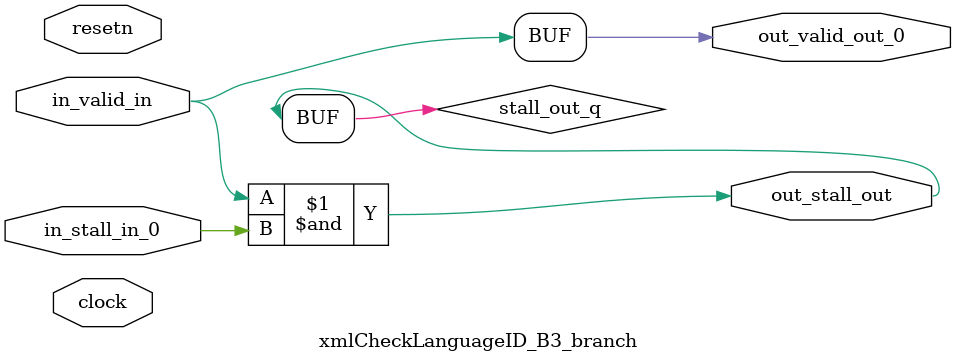
<source format=sv>



(* altera_attribute = "-name AUTO_SHIFT_REGISTER_RECOGNITION OFF; -name MESSAGE_DISABLE 10036; -name MESSAGE_DISABLE 10037; -name MESSAGE_DISABLE 14130; -name MESSAGE_DISABLE 14320; -name MESSAGE_DISABLE 15400; -name MESSAGE_DISABLE 14130; -name MESSAGE_DISABLE 10036; -name MESSAGE_DISABLE 12020; -name MESSAGE_DISABLE 12030; -name MESSAGE_DISABLE 12010; -name MESSAGE_DISABLE 12110; -name MESSAGE_DISABLE 14320; -name MESSAGE_DISABLE 13410; -name MESSAGE_DISABLE 113007; -name MESSAGE_DISABLE 10958" *)
module xmlCheckLanguageID_B3_branch (
    input wire [0:0] in_stall_in_0,
    input wire [0:0] in_valid_in,
    output wire [0:0] out_stall_out,
    output wire [0:0] out_valid_out_0,
    input wire clock,
    input wire resetn
    );

    wire [0:0] stall_out_q;


    // stall_out(LOGICAL,6)
    assign stall_out_q = in_valid_in & in_stall_in_0;

    // out_stall_out(GPOUT,4)
    assign out_stall_out = stall_out_q;

    // out_valid_out_0(GPOUT,5)
    assign out_valid_out_0 = in_valid_in;

endmodule

</source>
